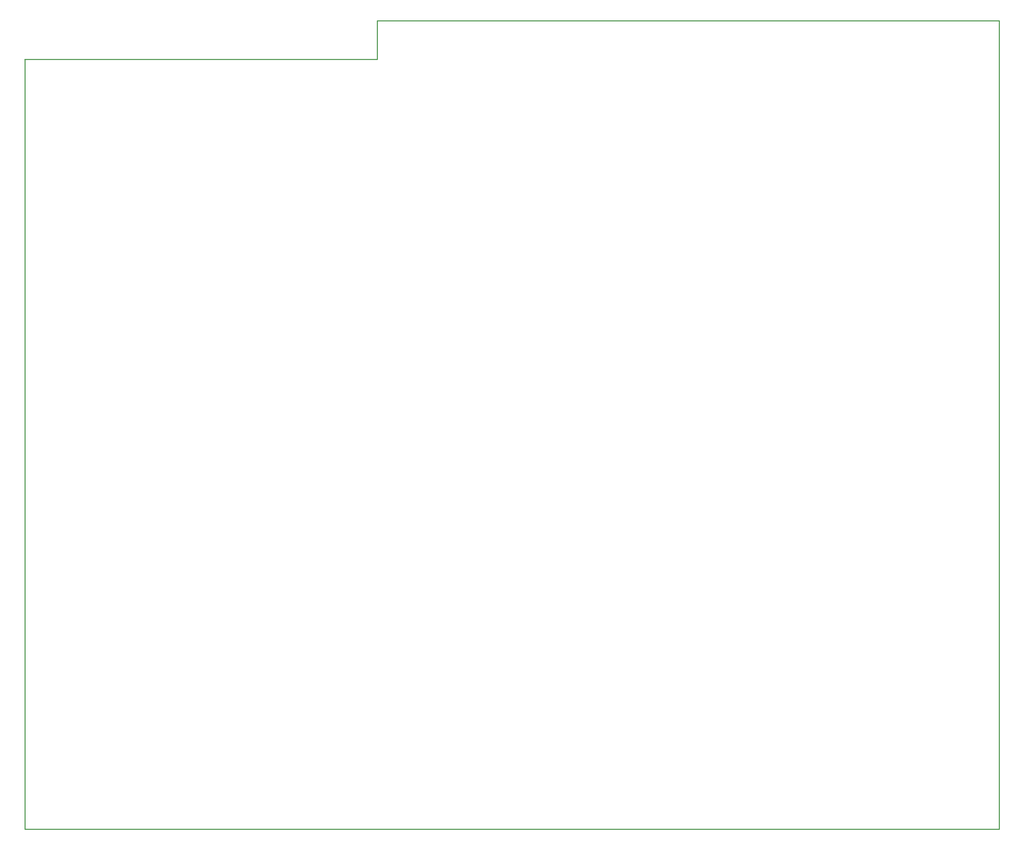
<source format=gbr>
%FSLAX34Y34*%
%MOMM*%
%LNOUTLINE*%
G71*
G01*
%ADD10C, 0.40*%
%LPD*%
G54D10*
X1505744Y3458369D02*
X4163220Y3458369D01*
X4163220Y0D01*
X0Y0D01*
X0Y3293269D01*
G54D10*
X-396Y3293269D02*
X1505347Y3293269D01*
X1505347Y3458369D01*
M02*

</source>
